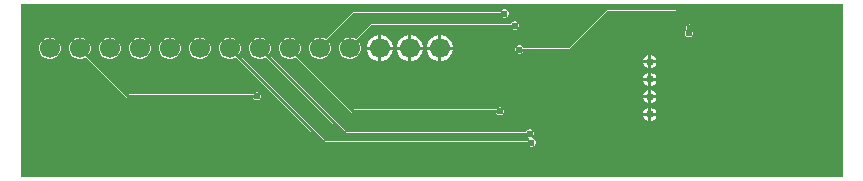
<source format=gbl>
G04*
G04 #@! TF.GenerationSoftware,Altium Limited,Altium Designer,23.9.2 (47)*
G04*
G04 Layer_Physical_Order=2*
G04 Layer_Color=16711680*
%FSLAX44Y44*%
%MOMM*%
G71*
G04*
G04 #@! TF.SameCoordinates,85ECA5C9-4B9F-4046-87AE-3E16AE89CDA1*
G04*
G04*
G04 #@! TF.FilePolarity,Positive*
G04*
G01*
G75*
%ADD11C,0.2540*%
%ADD43C,1.7000*%
%ADD44C,0.6096*%
G36*
X1357317Y866543D02*
X660943D01*
Y1012917D01*
X1357317D01*
Y866543D01*
D02*
G37*
%LPC*%
G36*
X1071317Y1008126D02*
X1069903D01*
X1068596Y1007585D01*
X1067595Y1006584D01*
X1067512Y1006383D01*
X943609D01*
X942915Y1006245D01*
X942327Y1005852D01*
X919369Y982893D01*
X917877Y983755D01*
X915586Y984369D01*
X913214D01*
X910923Y983755D01*
X908869Y982569D01*
X907192Y980892D01*
X906006Y978838D01*
X905392Y976547D01*
Y974175D01*
X906006Y971884D01*
X907192Y969830D01*
X908869Y968153D01*
X910923Y966967D01*
X913214Y966353D01*
X915586D01*
X917877Y966967D01*
X919931Y968153D01*
X921608Y969830D01*
X922794Y971884D01*
X923408Y974175D01*
Y976547D01*
X922794Y978838D01*
X921933Y980330D01*
X944360Y1002757D01*
X1067512D01*
X1067595Y1002556D01*
X1068596Y1001555D01*
X1069903Y1001014D01*
X1071317D01*
X1072624Y1001555D01*
X1073625Y1002556D01*
X1074166Y1003863D01*
Y1005277D01*
X1073625Y1006584D01*
X1072624Y1007585D01*
X1071317Y1008126D01*
D02*
G37*
G36*
X1080207Y997966D02*
X1078793D01*
X1077486Y997425D01*
X1076485Y996424D01*
X1076402Y996223D01*
X958849D01*
X958156Y996085D01*
X957567Y995692D01*
X944769Y982893D01*
X943277Y983755D01*
X940986Y984369D01*
X938614D01*
X936323Y983755D01*
X934269Y982569D01*
X932592Y980892D01*
X931406Y978838D01*
X930792Y976547D01*
Y974175D01*
X931406Y971884D01*
X932592Y969830D01*
X934269Y968153D01*
X936323Y966967D01*
X938614Y966353D01*
X940986D01*
X943277Y966967D01*
X945331Y968153D01*
X947008Y969830D01*
X948194Y971884D01*
X948808Y974175D01*
Y976547D01*
X948194Y978838D01*
X947333Y980330D01*
X959600Y992597D01*
X1076402D01*
X1076485Y992396D01*
X1077486Y991395D01*
X1078793Y990854D01*
X1080207D01*
X1081514Y991395D01*
X1082515Y992396D01*
X1083056Y993703D01*
Y995117D01*
X1082515Y996424D01*
X1081514Y997425D01*
X1080207Y997966D01*
D02*
G37*
G36*
X1215390Y1007653D02*
X1158240D01*
X1157546Y1007515D01*
X1156958Y1007122D01*
X1125739Y975903D01*
X1086408D01*
X1086325Y976104D01*
X1085324Y977105D01*
X1084017Y977646D01*
X1082603D01*
X1081296Y977105D01*
X1080295Y976104D01*
X1079754Y974797D01*
Y973383D01*
X1080295Y972076D01*
X1081296Y971075D01*
X1082603Y970534D01*
X1084017D01*
X1085324Y971075D01*
X1086325Y972076D01*
X1086408Y972277D01*
X1126490D01*
X1127184Y972415D01*
X1127772Y972808D01*
X1158991Y1004027D01*
X1214639D01*
X1224499Y994167D01*
Y990768D01*
X1223805Y990074D01*
X1223264Y988767D01*
Y987353D01*
X1223805Y986046D01*
X1224806Y985045D01*
X1226113Y984504D01*
X1227527D01*
X1228834Y985045D01*
X1229835Y986046D01*
X1230376Y987353D01*
Y988767D01*
X1229835Y990074D01*
X1228834Y991075D01*
X1228125Y991368D01*
Y994918D01*
X1227987Y995612D01*
X1227594Y996200D01*
X1216672Y1007122D01*
X1216084Y1007515D01*
X1215390Y1007653D01*
D02*
G37*
G36*
X1017453Y986401D02*
X1017270D01*
Y976631D01*
X1027040D01*
Y976814D01*
X1026288Y979622D01*
X1024834Y982140D01*
X1022779Y984195D01*
X1020261Y985648D01*
X1017453Y986401D01*
D02*
G37*
G36*
X1014730D02*
X1014547D01*
X1011739Y985648D01*
X1009221Y984195D01*
X1007166Y982140D01*
X1005712Y979622D01*
X1004960Y976814D01*
Y976631D01*
X1014730D01*
Y986401D01*
D02*
G37*
G36*
X992053D02*
X991870D01*
Y976631D01*
X1001640D01*
Y976814D01*
X1000888Y979622D01*
X999434Y982140D01*
X997379Y984195D01*
X994861Y985648D01*
X992053Y986401D01*
D02*
G37*
G36*
X989330D02*
X989147D01*
X986339Y985648D01*
X983821Y984195D01*
X981766Y982140D01*
X980312Y979622D01*
X979560Y976814D01*
Y976631D01*
X989330D01*
Y986401D01*
D02*
G37*
G36*
X966653D02*
X966470D01*
Y976631D01*
X976240D01*
Y976814D01*
X975488Y979622D01*
X974034Y982140D01*
X971979Y984195D01*
X969461Y985648D01*
X966653Y986401D01*
D02*
G37*
G36*
X963930D02*
X963747D01*
X960939Y985648D01*
X958421Y984195D01*
X956366Y982140D01*
X954912Y979622D01*
X954160Y976814D01*
Y976631D01*
X963930D01*
Y986401D01*
D02*
G37*
G36*
X813986Y984369D02*
X811614D01*
X809323Y983755D01*
X807269Y982569D01*
X805592Y980892D01*
X804406Y978838D01*
X803792Y976547D01*
Y974175D01*
X804406Y971884D01*
X805592Y969830D01*
X807269Y968153D01*
X809323Y966967D01*
X811614Y966353D01*
X813986D01*
X816277Y966967D01*
X818331Y968153D01*
X820008Y969830D01*
X821194Y971884D01*
X821808Y974175D01*
Y976547D01*
X821194Y978838D01*
X820008Y980892D01*
X818331Y982569D01*
X816277Y983755D01*
X813986Y984369D01*
D02*
G37*
G36*
X788586D02*
X786214D01*
X783923Y983755D01*
X781869Y982569D01*
X780192Y980892D01*
X779006Y978838D01*
X778392Y976547D01*
Y974175D01*
X779006Y971884D01*
X780192Y969830D01*
X781869Y968153D01*
X783923Y966967D01*
X786214Y966353D01*
X788586D01*
X790877Y966967D01*
X792931Y968153D01*
X794608Y969830D01*
X795794Y971884D01*
X796408Y974175D01*
Y976547D01*
X795794Y978838D01*
X794608Y980892D01*
X792931Y982569D01*
X790877Y983755D01*
X788586Y984369D01*
D02*
G37*
G36*
X763186D02*
X760814D01*
X758523Y983755D01*
X756469Y982569D01*
X754792Y980892D01*
X753606Y978838D01*
X752992Y976547D01*
Y974175D01*
X753606Y971884D01*
X754792Y969830D01*
X756469Y968153D01*
X758523Y966967D01*
X760814Y966353D01*
X763186D01*
X765477Y966967D01*
X767531Y968153D01*
X769208Y969830D01*
X770394Y971884D01*
X771008Y974175D01*
Y976547D01*
X770394Y978838D01*
X769208Y980892D01*
X767531Y982569D01*
X765477Y983755D01*
X763186Y984369D01*
D02*
G37*
G36*
X737786D02*
X735414D01*
X733123Y983755D01*
X731069Y982569D01*
X729392Y980892D01*
X728206Y978838D01*
X727592Y976547D01*
Y974175D01*
X728206Y971884D01*
X729392Y969830D01*
X731069Y968153D01*
X733123Y966967D01*
X735414Y966353D01*
X737786D01*
X740077Y966967D01*
X742131Y968153D01*
X743808Y969830D01*
X744994Y971884D01*
X745608Y974175D01*
Y976547D01*
X744994Y978838D01*
X743808Y980892D01*
X742131Y982569D01*
X740077Y983755D01*
X737786Y984369D01*
D02*
G37*
G36*
X686986D02*
X684614D01*
X682323Y983755D01*
X680269Y982569D01*
X678592Y980892D01*
X677406Y978838D01*
X676792Y976547D01*
Y974175D01*
X677406Y971884D01*
X678592Y969830D01*
X680269Y968153D01*
X682323Y966967D01*
X684614Y966353D01*
X686986D01*
X689277Y966967D01*
X691331Y968153D01*
X693008Y969830D01*
X694194Y971884D01*
X694808Y974175D01*
Y976547D01*
X694194Y978838D01*
X693008Y980892D01*
X691331Y982569D01*
X689277Y983755D01*
X686986Y984369D01*
D02*
G37*
G36*
X1195070Y969452D02*
Y965200D01*
X1199322D01*
X1198537Y967095D01*
X1196965Y968667D01*
X1195070Y969452D01*
D02*
G37*
G36*
X1192530D02*
X1190635Y968667D01*
X1189063Y967095D01*
X1188278Y965200D01*
X1192530D01*
Y969452D01*
D02*
G37*
G36*
X1027040Y974091D02*
X1017270D01*
Y964321D01*
X1017453D01*
X1020261Y965073D01*
X1022779Y966527D01*
X1024834Y968582D01*
X1026288Y971099D01*
X1027040Y973907D01*
Y974091D01*
D02*
G37*
G36*
X1014730D02*
X1004960D01*
Y973907D01*
X1005712Y971099D01*
X1007166Y968582D01*
X1009221Y966527D01*
X1011739Y965073D01*
X1014547Y964321D01*
X1014730D01*
Y974091D01*
D02*
G37*
G36*
X1001640D02*
X991870D01*
Y964321D01*
X992053D01*
X994861Y965073D01*
X997379Y966527D01*
X999434Y968582D01*
X1000888Y971099D01*
X1001640Y973907D01*
Y974091D01*
D02*
G37*
G36*
X989330D02*
X979560D01*
Y973907D01*
X980312Y971099D01*
X981766Y968582D01*
X983821Y966527D01*
X986339Y965073D01*
X989147Y964321D01*
X989330D01*
Y974091D01*
D02*
G37*
G36*
X976240D02*
X966470D01*
Y964321D01*
X966653D01*
X969461Y965073D01*
X971979Y966527D01*
X974034Y968582D01*
X975488Y971099D01*
X976240Y973907D01*
Y974091D01*
D02*
G37*
G36*
X963930D02*
X954160D01*
Y973907D01*
X954912Y971099D01*
X956366Y968582D01*
X958421Y966527D01*
X960939Y965073D01*
X963747Y964321D01*
X963930D01*
Y974091D01*
D02*
G37*
G36*
X1199322Y962660D02*
X1195070D01*
Y958408D01*
X1196965Y959193D01*
X1198537Y960765D01*
X1199322Y962660D01*
D02*
G37*
G36*
X1192530D02*
X1188278D01*
X1189063Y960765D01*
X1190635Y959193D01*
X1192530Y958408D01*
Y962660D01*
D02*
G37*
G36*
X1195070Y954636D02*
Y950383D01*
X1199322D01*
X1198537Y952279D01*
X1196965Y953851D01*
X1195070Y954636D01*
D02*
G37*
G36*
X1192530D02*
X1190635Y953851D01*
X1189063Y952279D01*
X1188278Y950383D01*
X1192530D01*
Y954636D01*
D02*
G37*
G36*
X1199322Y947843D02*
X1195070D01*
Y943591D01*
X1196965Y944376D01*
X1198537Y945948D01*
X1199322Y947843D01*
D02*
G37*
G36*
X1192530D02*
X1188278D01*
X1189063Y945948D01*
X1190635Y944376D01*
X1192530Y943591D01*
Y947843D01*
D02*
G37*
G36*
X1195070Y939819D02*
Y935567D01*
X1199322D01*
X1198537Y937462D01*
X1196965Y939034D01*
X1195070Y939819D01*
D02*
G37*
G36*
X1192530D02*
X1190635Y939034D01*
X1189063Y937462D01*
X1188278Y935567D01*
X1192530D01*
Y939819D01*
D02*
G37*
G36*
X712386Y984369D02*
X710014D01*
X707723Y983755D01*
X705669Y982569D01*
X703992Y980892D01*
X702806Y978838D01*
X702192Y976547D01*
Y974175D01*
X702806Y971884D01*
X703992Y969830D01*
X705669Y968153D01*
X707723Y966967D01*
X710014Y966353D01*
X712386D01*
X714677Y966967D01*
X716169Y967828D01*
X750559Y933438D01*
X751147Y933045D01*
X751841Y932907D01*
X857962D01*
X858045Y932706D01*
X859046Y931705D01*
X860353Y931164D01*
X861767D01*
X863074Y931705D01*
X864075Y932706D01*
X864616Y934013D01*
Y935427D01*
X864075Y936734D01*
X863074Y937735D01*
X861767Y938276D01*
X860353D01*
X859046Y937735D01*
X858045Y936734D01*
X857962Y936533D01*
X752592D01*
X718733Y970392D01*
X719594Y971884D01*
X720208Y974175D01*
Y976547D01*
X719594Y978838D01*
X718408Y980892D01*
X716731Y982569D01*
X714677Y983755D01*
X712386Y984369D01*
D02*
G37*
G36*
X1199322Y933027D02*
X1195070D01*
Y928774D01*
X1196965Y929559D01*
X1198537Y931131D01*
X1199322Y933027D01*
D02*
G37*
G36*
X1192530D02*
X1188278D01*
X1189063Y931131D01*
X1190635Y929559D01*
X1192530Y928774D01*
Y933027D01*
D02*
G37*
G36*
X1195070Y925002D02*
Y920750D01*
X1199322D01*
X1198537Y922645D01*
X1196965Y924217D01*
X1195070Y925002D01*
D02*
G37*
G36*
X1192530D02*
X1190635Y924217D01*
X1189063Y922645D01*
X1188278Y920750D01*
X1192530D01*
Y925002D01*
D02*
G37*
G36*
X890186Y984369D02*
X887814D01*
X885523Y983755D01*
X883469Y982569D01*
X881792Y980892D01*
X880606Y978838D01*
X879992Y976547D01*
Y974175D01*
X880606Y971884D01*
X881792Y969830D01*
X883469Y968153D01*
X885523Y966967D01*
X887814Y966353D01*
X890186D01*
X892477Y966967D01*
X893969Y967828D01*
X941059Y920738D01*
X941647Y920345D01*
X942341Y920207D01*
X1063702D01*
X1063785Y920006D01*
X1064786Y919005D01*
X1066093Y918464D01*
X1067507D01*
X1068814Y919005D01*
X1069815Y920006D01*
X1070356Y921313D01*
Y922727D01*
X1069815Y924034D01*
X1068814Y925035D01*
X1067507Y925576D01*
X1066093D01*
X1064786Y925035D01*
X1063785Y924034D01*
X1063702Y923833D01*
X943092D01*
X896533Y970392D01*
X897394Y971884D01*
X898008Y974175D01*
Y976547D01*
X897394Y978838D01*
X896208Y980892D01*
X894531Y982569D01*
X892477Y983755D01*
X890186Y984369D01*
D02*
G37*
G36*
X1199322Y918210D02*
X1195070D01*
Y913958D01*
X1196965Y914743D01*
X1198537Y916315D01*
X1199322Y918210D01*
D02*
G37*
G36*
X1192530D02*
X1188278D01*
X1189063Y916315D01*
X1190635Y914743D01*
X1192530Y913958D01*
Y918210D01*
D02*
G37*
G36*
X864786Y984369D02*
X862414D01*
X860123Y983755D01*
X858069Y982569D01*
X856392Y980892D01*
X855206Y978838D01*
X854592Y976547D01*
Y974175D01*
X855206Y971884D01*
X856392Y969830D01*
X858069Y968153D01*
X860123Y966967D01*
X862414Y966353D01*
X864786D01*
X867077Y966967D01*
X868569Y967828D01*
X934709Y901688D01*
X935297Y901295D01*
X935991Y901157D01*
X1089102D01*
X1089185Y900956D01*
X1090186Y899955D01*
X1091081Y899584D01*
X1091258Y899009D01*
X1091325Y898313D01*
X1091311Y898219D01*
X1090455Y897364D01*
X1090372Y897163D01*
X918962D01*
X845733Y970392D01*
X846594Y971884D01*
X847208Y974175D01*
Y976547D01*
X846594Y978838D01*
X845408Y980892D01*
X843731Y982569D01*
X841677Y983755D01*
X839386Y984369D01*
X837014D01*
X834723Y983755D01*
X832669Y982569D01*
X830992Y980892D01*
X829806Y978838D01*
X829192Y976547D01*
Y974175D01*
X829806Y971884D01*
X830992Y969830D01*
X832669Y968153D01*
X834723Y966967D01*
X837014Y966353D01*
X839386D01*
X841677Y966967D01*
X843169Y967828D01*
X916929Y894068D01*
X917517Y893675D01*
X918211Y893537D01*
X1090372D01*
X1090455Y893336D01*
X1091456Y892335D01*
X1092763Y891794D01*
X1094177D01*
X1095484Y892335D01*
X1096485Y893336D01*
X1097026Y894643D01*
Y896057D01*
X1096485Y897364D01*
X1095484Y898365D01*
X1094588Y898736D01*
X1094412Y899311D01*
X1094345Y900007D01*
X1094360Y900101D01*
X1095215Y900956D01*
X1095756Y902263D01*
Y903677D01*
X1095215Y904984D01*
X1094214Y905985D01*
X1092907Y906526D01*
X1091493D01*
X1090186Y905985D01*
X1089185Y904984D01*
X1089102Y904783D01*
X936742D01*
X871133Y970392D01*
X871994Y971884D01*
X872608Y974175D01*
Y976547D01*
X871994Y978838D01*
X870808Y980892D01*
X869131Y982569D01*
X867077Y983755D01*
X864786Y984369D01*
D02*
G37*
%LPD*%
D11*
X1226312Y988568D02*
X1226820Y988060D01*
X1215390Y1005840D02*
X1226312Y994918D01*
Y988568D02*
Y994918D01*
X1158240Y1005840D02*
X1215390D01*
X1126490Y974090D02*
X1158240Y1005840D01*
X1083310Y974090D02*
X1126490D01*
X958849Y994410D02*
X1079500D01*
X939800Y975361D02*
X958849Y994410D01*
X914400Y975361D02*
X943609Y1004570D01*
X1070610D01*
X711201Y975360D02*
X751841Y934720D01*
X861060D01*
X711200Y975360D02*
X711201D01*
X914400Y975359D02*
Y975361D01*
X939800Y975359D02*
Y975361D01*
X942341Y922020D02*
X1066800D01*
X889001Y975359D02*
X942341Y922020D01*
X889000Y975359D02*
X889001D01*
X863601Y975360D02*
X935991Y902970D01*
X1092200D01*
X918211Y895350D02*
X1093470D01*
X838201Y975360D02*
X918211Y895350D01*
X838200Y975360D02*
X838201D01*
X863600D02*
X863601D01*
D43*
X685800Y975361D02*
D03*
X711200D02*
D03*
X736600D02*
D03*
X762000D02*
D03*
X787400D02*
D03*
X812800D02*
D03*
X838200D02*
D03*
X863600D02*
D03*
X1016000D02*
D03*
X990600D02*
D03*
X965200D02*
D03*
X939800D02*
D03*
X914400D02*
D03*
X889000D02*
D03*
D44*
X1226820Y988060D02*
D03*
X1079500Y994410D02*
D03*
X1083310Y974090D02*
D03*
X861060Y934720D02*
D03*
X1193800Y934297D02*
D03*
Y919480D02*
D03*
Y949113D02*
D03*
Y963930D02*
D03*
X1070610Y1004570D02*
D03*
X1066800Y922020D02*
D03*
X1092200Y902970D02*
D03*
X1093470Y895350D02*
D03*
M02*

</source>
